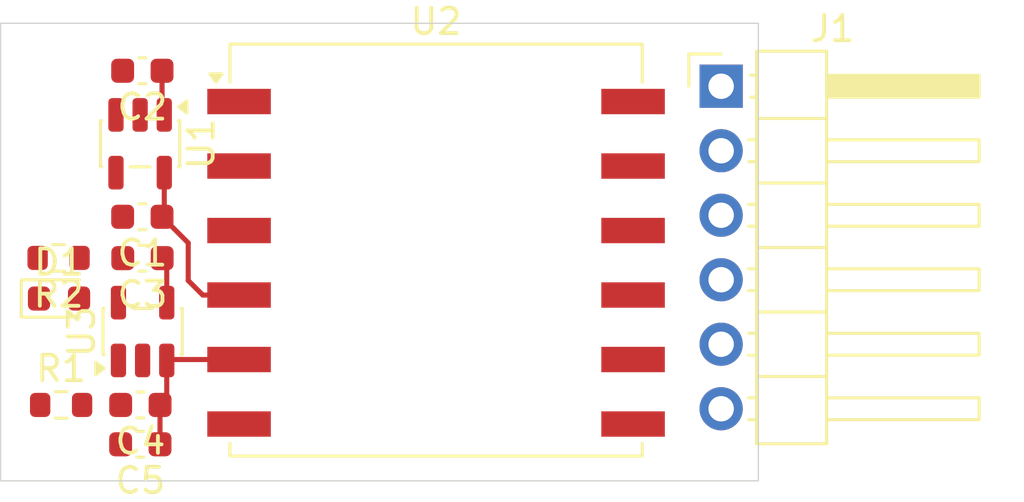
<source format=kicad_pcb>
(kicad_pcb (version 20241229) (generator "pcbnew") (generator_version "9.0")
  (layers (0 "F.Cu" signal) (2 "B.Cu" signal) (13 "F.Paste" user) (15 "B.Paste" user) (5 "F.SilkS" user "F.Silkscreen") (7 "B.SilkS" user "B.Silkscreen") (1 "F.Mask" user) (3 "B.Mask" user) (25 "Edge.Cuts" user))
  (net 0 "")
  (net 1 "GND")
  (net 2 "GPS_PWR")
  (net 3 "+5V")
  (net 4 "gps_tx")
  (net 5 "gps_rx")
  (net 6 "GPS_Switch")
  (net 11 "gps_pps")
  (net 14 "VBAT_RTC")
  (net 16 "Net-(D1-K)")
  (net 17 "Net-(U3-PROG)")
  (net 18 "stat")
  (footprint "Capacitor_SMD:C_0603_1608Metric" (layer "F.Cu") (at 122.6175 112.9 180)
    (property "Reference" "C4" (at 0 -1.43 0) (layer "F.SilkS"))
    (property "Value" "4.7uF")
    (fp_line (start -0.14058 0.51) (end 0.14058 0.51) (stroke (width 0.12)) (layer "F.SilkS"))
    (fp_line (start -0.14058 -0.51) (end 0.14058 -0.51) (stroke (width 0.12)) (layer "F.SilkS"))
    (pad "1" smd roundrect (at -0.775 0 180) (size 0.9 0.95) (layers "F.Cu" "F.Mask" "F.Paste") (net 14 "VBAT_RTC"))
    (pad "2" smd roundrect (at 0.775 0 180) (size 0.9 0.95) (layers "F.Cu" "F.Mask" "F.Paste") (net 1 "GND"))
  )
  (footprint "Resistor_SMD:R_0603_1608Metric" (layer "F.Cu") (at 119.4 107.11 180)
    (property "Reference" "R2" (at 0 -1.43 0) (layer "F.SilkS"))
    (property "Value" "67K")
    (fp_line (start -0.237258 0.5225) (end 0.237258 0.5225) (stroke (width 0.12)) (layer "F.SilkS"))
    (fp_line (start -0.237258 -0.5225) (end 0.237258 -0.5225) (stroke (width 0.12)) (layer "F.SilkS"))
    (pad "1" smd roundrect (at -0.825 0 180) (size 0.8 0.95) (layers "F.Cu" "F.Mask" "F.Paste") (net 17 "Net-(U3-PROG)"))
    (pad "2" smd roundrect (at 0.825 0 180) (size 0.8 0.95) (layers "F.Cu" "F.Mask" "F.Paste") (net 1 "GND"))
  )
  (footprint "RF_GPS:Quectel_L80-R" (layer "F.Cu") (at 134.25 106.801883)
    (property "Reference" "U2" (at 0 -9 180) (layer "F.SilkS"))
    (property "Value" "L80-R")
    (fp_line (start -8.11 -8.11) (end -8.11 -6.61) (stroke (width 0.12)) (layer "F.SilkS"))
    (fp_line (start -8.11 8.11) (end -8.11 7.61) (stroke (width 0.12)) (layer "F.SilkS"))
    (fp_line (start 8.11 -8.11) (end -8.11 -8.11) (stroke (width 0.12)) (layer "F.SilkS"))
    (fp_line (start 8.11 -8.11) (end 8.11 -6.61) (stroke (width 0.12)) (layer "F.SilkS"))
    (fp_line (start 8.11 8.11) (end -8.11 8.11) (stroke (width 0.12)) (layer "F.SilkS"))
    (fp_line (start 8.11 8.11) (end 8.11 7.61) (stroke (width 0.12)) (layer "F.SilkS"))
    (fp_poly (pts (xy -8.66 -6.61) (xy -8.9 -6.94) (xy -8.42 -6.94) (xy -8.66 -6.61)) (stroke (width 0.12)) (fill yes) (layer "F.SilkS"))
    (pad "1" smd rect (at -7.75 -5.85 180) (size 2.5 1) (layers "F.Cu" "F.Mask" "F.Paste") (net 5 "gps_rx"))
    (pad "2" smd rect (at -7.75 -3.31 180) (size 2.5 1) (layers "F.Cu" "F.Mask" "F.Paste") (net 4 "gps_tx"))
    (pad "3" smd rect (at -7.75 -0.77 180) (size 2.5 1) (layers "F.Cu" "F.Mask" "F.Paste") (net 1 "GND"))
    (pad "4" smd rect (at -7.75 1.77 180) (size 2.5 1) (layers "F.Cu" "F.Mask" "F.Paste") (net 2 "GPS_PWR"))
    (pad "5" smd rect (at -7.75 4.31 180) (size 2.5 1) (layers "F.Cu" "F.Mask" "F.Paste") (net 14 "VBAT_RTC"))
    (pad "6" smd rect (at -7.75 6.85 180) (size 2.5 1) (layers "F.Cu" "F.Mask" "F.Paste") (net 11 "gps_pps"))
    (pad "7" smd rect (at 7.75 6.85 180) (size 2.5 1) (layers "F.Cu" "F.Mask" "F.Paste"))
    (pad "8" smd rect (at 7.75 4.31 180) (size 2.5 1) (layers "F.Cu" "F.Mask" "F.Paste"))
    (pad "9" smd rect (at 7.75 1.77 180) (size 2.5 1) (layers "F.Cu" "F.Mask" "F.Paste"))
    (pad "10" smd rect (at 7.75 -0.77 180) (size 2.5 1) (layers "F.Cu" "F.Mask" "F.Paste"))
    (pad "11" smd rect (at 7.75 -3.31 180) (size 2.5 1) (layers "F.Cu" "F.Mask" "F.Paste"))
    (pad "12" smd rect (at 7.75 -5.85 180) (size 2.5 1) (layers "F.Cu" "F.Mask" "F.Paste") (net 1 "GND"))
  )
  (footprint "Capacitor_SMD:C_0603_1608Metric" (layer "F.Cu") (at 122.695 99.74 180)
    (property "Reference" "C2" (at 0 -1.43 0) (layer "F.SilkS"))
    (property "Value" "1uF")
    (fp_line (start -0.14058 0.51) (end 0.14058 0.51) (stroke (width 0.12)) (layer "F.SilkS"))
    (fp_line (start -0.14058 -0.51) (end 0.14058 -0.51) (stroke (width 0.12)) (layer "F.SilkS"))
    (pad "1" smd roundrect (at -0.775 0 180) (size 0.9 0.95) (layers "F.Cu" "F.Mask" "F.Paste") (net 3 "+5V"))
    (pad "2" smd roundrect (at 0.775 0 180) (size 0.9 0.95) (layers "F.Cu" "F.Mask" "F.Paste") (net 1 "GND"))
  )
  (footprint "LED_SMD:LED_0603_1608Metric" (layer "F.Cu") (at 119.4175 108.71)
    (property "Reference" "D1" (at 0 -1.43 0) (layer "F.SilkS"))
    (property "Value" "LED")
    (fp_line (start -1.485 -0.735) (end -1.485 0.735) (stroke (width 0.12)) (layer "F.SilkS"))
    (fp_line (start -1.485 0.735) (end 0.8 0.735) (stroke (width 0.12)) (layer "F.SilkS"))
    (fp_line (start 0.8 -0.735) (end -1.485 -0.735) (stroke (width 0.12)) (layer "F.SilkS"))
    (pad "1" smd roundrect (at -0.7875 0) (size 0.875 0.95) (layers "F.Cu" "F.Mask" "F.Paste") (net 16 "Net-(D1-K)"))
    (pad "2" smd roundrect (at 0.7875 0) (size 0.875 0.95) (layers "F.Cu" "F.Mask" "F.Paste") (net 3 "+5V"))
  )
  (footprint "Capacitor_SMD:C_0603_1608Metric" (layer "F.Cu") (at 122.695 105.49 180)
    (property "Reference" "C1" (at 0 -1.43 0) (layer "F.SilkS"))
    (property "Value" "1uF")
    (fp_line (start -0.14058 0.51) (end 0.14058 0.51) (stroke (width 0.12)) (layer "F.SilkS"))
    (fp_line (start -0.14058 -0.51) (end 0.14058 -0.51) (stroke (width 0.12)) (layer "F.SilkS"))
    (pad "1" smd roundrect (at -0.775 0 180) (size 0.9 0.95) (layers "F.Cu" "F.Mask" "F.Paste") (net 2 "GPS_PWR"))
    (pad "2" smd roundrect (at 0.775 0 180) (size 0.9 0.95) (layers "F.Cu" "F.Mask" "F.Paste") (net 1 "GND"))
  )
  (footprint "Package_TO_SOT_SMD:SOT-23-5" (layer "F.Cu") (at 122.6075 102.615 -90)
    (property "Reference" "U1" (at 0 -2.4 90) (layer "F.SilkS"))
    (property "Value" "AP2112K-3.3")
    (fp_line (start -0.91 1.56) (end -0.91 1.51) (stroke (width 0.12)) (layer "F.SilkS"))
    (fp_line (start 0.91 1.56) (end -0.91 1.56) (stroke (width 0.12)) (layer "F.SilkS"))
    (fp_line (start 0.91 1.51) (end 0.91 1.56) (stroke (width 0.12)) (layer "F.SilkS"))
    (fp_line (start 0.91 -0.39) (end 0.91 0.39) (stroke (width 0.12)) (layer "F.SilkS"))
    (fp_line (start -0.91 -1.51) (end -0.91 -1.56) (stroke (width 0.12)) (layer "F.SilkS"))
    (fp_line (start -0.91 -1.56) (end 0.91 -1.56) (stroke (width 0.12)) (layer "F.SilkS"))
    (fp_line (start 0.91 -1.56) (end 0.91 -1.51) (stroke (width 0.12)) (layer "F.SilkS"))
    (fp_poly (pts (xy -1.45 -1.51) (xy -1.69 -1.84) (xy -1.21 -1.84)) (stroke (width 0.12)) (fill yes) (layer "F.SilkS"))
    (pad "1" smd roundrect (at -1.1375 -0.95 270) (size 1.325 0.6) (layers "F.Cu" "F.Mask" "F.Paste") (net 3 "+5V"))
    (pad "2" smd roundrect (at -1.1375 0 270) (size 1.325 0.6) (layers "F.Cu" "F.Mask" "F.Paste") (net 1 "GND"))
    (pad "3" smd roundrect (at -1.1375 0.95 270) (size 1.325 0.6) (layers "F.Cu" "F.Mask" "F.Paste") (net 6 "GPS_Switch"))
    (pad "4" smd roundrect (at 1.1375 0.95 270) (size 1.325 0.6) (layers "F.Cu" "F.Mask" "F.Paste"))
    (pad "5" smd roundrect (at 1.1375 -0.95 270) (size 1.325 0.6) (layers "F.Cu" "F.Mask" "F.Paste") (net 2 "GPS_PWR"))
  )
  (footprint "Capacitor_SMD:C_0603_1608Metric" (layer "F.Cu") (at 122.7 107.12 180)
    (property "Reference" "C3" (at 0 -1.43 0) (layer "F.SilkS"))
    (property "Value" "4.7uF")
    (fp_line (start -0.14058 0.51) (end 0.14058 0.51) (stroke (width 0.12)) (layer "F.SilkS"))
    (fp_line (start -0.14058 -0.51) (end 0.14058 -0.51) (stroke (width 0.12)) (layer "F.SilkS"))
    (pad "1" smd roundrect (at -0.775 0 180) (size 0.9 0.95) (layers "F.Cu" "F.Mask" "F.Paste") (net 3 "+5V"))
    (pad "2" smd roundrect (at 0.775 0 180) (size 0.9 0.95) (layers "F.Cu" "F.Mask" "F.Paste") (net 1 "GND"))
  )
  (footprint "Capacitor_SMD:C_0603_1608Metric" (layer "F.Cu") (at 122.615 114.45 180)
    (property "Reference" "C5" (at 0 -1.43 0) (layer "F.SilkS"))
    (property "Value" "4.7uF")
    (fp_line (start -0.14058 0.51) (end 0.14058 0.51) (stroke (width 0.12)) (layer "F.SilkS"))
    (fp_line (start -0.14058 -0.51) (end 0.14058 -0.51) (stroke (width 0.12)) (layer "F.SilkS"))
    (pad "1" smd roundrect (at -0.775 0 180) (size 0.9 0.95) (layers "F.Cu" "F.Mask" "F.Paste") (net 14 "VBAT_RTC"))
    (pad "2" smd roundrect (at 0.775 0 180) (size 0.9 0.95) (layers "F.Cu" "F.Mask" "F.Paste") (net 1 "GND"))
  )
  (footprint "Package_TO_SOT_SMD:SOT-23-5" (layer "F.Cu") (at 122.705 110.01 90)
    (property "Reference" "U3" (at 0 -2.4 90) (layer "F.SilkS"))
    (property "Value" "MCP73831-2-OT")
    (fp_line (start 0.91 -1.56) (end 0.91 -1.51) (stroke (width 0.12)) (layer "F.SilkS"))
    (fp_line (start -0.91 -1.56) (end 0.91 -1.56) (stroke (width 0.12)) (layer "F.SilkS"))
    (fp_line (start -0.91 -1.51) (end -0.91 -1.56) (stroke (width 0.12)) (layer "F.SilkS"))
    (fp_line (start 0.91 -0.39) (end 0.91 0.39) (stroke (width 0.12)) (layer "F.SilkS"))
    (fp_line (start 0.91 1.51) (end 0.91 1.56) (stroke (width 0.12)) (layer "F.SilkS"))
    (fp_line (start 0.91 1.56) (end -0.91 1.56) (stroke (width 0.12)) (layer "F.SilkS"))
    (fp_line (start -0.91 1.56) (end -0.91 1.51) (stroke (width 0.12)) (layer "F.SilkS"))
    (fp_poly (pts (xy -1.45 -1.51) (xy -1.69 -1.84) (xy -1.21 -1.84)) (stroke (width 0.12)) (fill yes) (layer "F.SilkS"))
    (pad "1" smd roundrect (at -1.1375 -0.95 90) (size 1.325 0.6) (layers "F.Cu" "F.Mask" "F.Paste") (net 18 "stat"))
    (pad "2" smd roundrect (at -1.1375 0 90) (size 1.325 0.6) (layers "F.Cu" "F.Mask" "F.Paste") (net 1 "GND"))
    (pad "3" smd roundrect (at -1.1375 0.95 90) (size 1.325 0.6) (layers "F.Cu" "F.Mask" "F.Paste") (net 14 "VBAT_RTC"))
    (pad "4" smd roundrect (at 1.1375 0.95 90) (size 1.325 0.6) (layers "F.Cu" "F.Mask" "F.Paste") (net 3 "+5V"))
    (pad "5" smd roundrect (at 1.1375 -0.95 90) (size 1.325 0.6) (layers "F.Cu" "F.Mask" "F.Paste") (net 17 "Net-(U3-PROG)"))
  )
  (footprint "Connector_PinHeader_2.54mm:PinHeader_1x06_P2.54mm_Horizontal" (layer "F.Cu") (at 145.465 100.35)
    (property "Reference" "J1" (at 4.385 -2.27 0) (layer "F.SilkS"))
    (property "Value" "Conn_01x06_Socket")
    (fp_line (start -1.27 -1.27) (end 0 -1.27) (stroke (width 0.12)) (layer "F.SilkS"))
    (fp_line (start -1.27 0) (end -1.27 -1.27) (stroke (width 0.12)) (layer "F.SilkS"))
    (fp_line (start 1.077358 2.11) (end 1.39 2.11) (stroke (width 0.12)) (layer "F.SilkS"))
    (fp_line (start 1.077358 2.97) (end 1.39 2.97) (stroke (width 0.12)) (layer "F.SilkS"))
    (fp_line (start 1.077358 4.65) (end 1.39 4.65) (stroke (width 0.12)) (layer "F.SilkS"))
    (fp_line (start 1.077358 5.51) (end 1.39 5.51) (stroke (width 0.12)) (layer "F.SilkS"))
    (fp_line (start 1.077358 7.19) (end 1.39 7.19) (stroke (width 0.12)) (layer "F.SilkS"))
    (fp_line (start 1.077358 8.05) (end 1.39 8.05) (stroke (width 0.12)) (layer "F.SilkS"))
    (fp_line (start 1.077358 9.73) (end 1.39 9.73) (stroke (width 0.12)) (layer "F.SilkS"))
    (fp_line (start 1.077358 10.59) (end 1.39 10.59) (stroke (width 0.12)) (layer "F.SilkS"))
    (fp_line (start 1.077358 12.27) (end 1.39 12.27) (stroke (width 0.12)) (layer "F.SilkS"))
    (fp_line (start 1.077358 13.13) (end 1.39 13.13) (stroke (width 0.12)) (layer "F.SilkS"))
    (fp_line (start 1.16 -0.43) (end 1.39 -0.43) (stroke (width 0.12)) (layer "F.SilkS"))
    (fp_line (start 1.16 0.43) (end 1.39 0.43) (stroke (width 0.12)) (layer "F.SilkS"))
    (fp_line (start 1.39 -1.38) (end 1.39 14.08) (stroke (width 0.12)) (layer "F.SilkS"))
    (fp_line (start 1.39 1.27) (end 4.15 1.27) (stroke (width 0.12)) (layer "F.SilkS"))
    (fp_line (start 1.39 3.81) (end 4.15 3.81) (stroke (width 0.12)) (layer "F.SilkS"))
    (fp_line (start 1.39 6.35) (end 4.15 6.35) (stroke (width 0.12)) (layer "F.SilkS"))
    (fp_line (start 1.39 8.89) (end 4.15 8.89) (stroke (width 0.12)) (layer "F.SilkS"))
    (fp_line (start 1.39 11.43) (end 4.15 11.43) (stroke (width 0.12)) (layer "F.SilkS"))
    (fp_line (start 1.39 14.08) (end 4.15 14.08) (stroke (width 0.12)) (layer "F.SilkS"))
    (fp_line (start 4.15 -1.38) (end 1.39 -1.38) (stroke (width 0.12)) (layer "F.SilkS"))
    (fp_line (start 4.15 2.11) (end 10.15 2.11) (stroke (width 0.12)) (layer "F.SilkS"))
    (fp_line (start 4.15 4.65) (end 10.15 4.65) (stroke (width 0.12)) (layer "F.SilkS"))
    (fp_line (start 4.15 7.19) (end 10.15 7.19) (stroke (width 0.12)) (layer "F.SilkS"))
    (fp_line (start 4.15 9.73) (end 10.15 9.73) (stroke (width 0.12)) (layer "F.SilkS"))
    (fp_line (start 4.15 12.27) (end 10.15 12.27) (stroke (width 0.12)) (layer "F.SilkS"))
    (fp_line (start 4.15 14.08) (end 4.15 -1.38) (stroke (width 0.12)) (layer "F.SilkS"))
    (fp_line (start 10.15 2.11) (end 10.15 2.97) (stroke (width 0.12)) (layer "F.SilkS"))
    (fp_line (start 10.15 2.97) (end 4.15 2.97) (stroke (width 0.12)) (layer "F.SilkS"))
    (fp_line (start 10.15 4.65) (end 10.15 5.51) (stroke (width 0.12)) (layer "F.SilkS"))
    (fp_line (start 10.15 5.51) (end 4.15 5.51) (stroke (width 0.12)) (layer "F.SilkS"))
    (fp_line (start 10.15 7.19) (end 10.15 8.05) (stroke (width 0.12)) (layer "F.SilkS"))
    (fp_line (start 10.15 8.05) (end 4.15 8.05) (stroke (width 0.12)) (layer "F.SilkS"))
    (fp_line (start 10.15 9.73) (end 10.15 10.59) (stroke (width 0.12)) (layer "F.SilkS"))
    (fp_line (start 10.15 10.59) (end 4.15 10.59) (stroke (width 0.12)) (layer "F.SilkS"))
    (fp_line (start 10.15 12.27) (end 10.15 13.13) (stroke (width 0.12)) (layer "F.SilkS"))
    (fp_line (start 10.15 13.13) (end 4.15 13.13) (stroke (width 0.12)) (layer "F.SilkS"))
    (fp_rect (start 4.15 -0.43) (end 10.15 0.43) (stroke (width 0.12)) (fill yes) (layer "F.SilkS"))
    (pad "1" thru_hole rect (at 0 0) (size 1.7 1.7) (drill 1) (layers "*.Cu" "*.Mask") (net 3 "+5V"))
    (pad "2" thru_hole circle (at 0 2.54) (size 1.7 1.7) (drill 1) (layers "*.Cu" "*.Mask") (net 5 "gps_rx"))
    (pad "3" thru_hole circle (at 0 5.08) (size 1.7 1.7) (drill 1) (layers "*.Cu" "*.Mask") (net 4 "gps_tx"))
    (pad "4" thru_hole circle (at 0 7.62) (size 1.7 1.7) (drill 1) (layers "*.Cu" "*.Mask") (net 6 "GPS_Switch"))
    (pad "5" thru_hole circle (at 0 10.16) (size 1.7 1.7) (drill 1) (layers "*.Cu" "*.Mask"))
    (pad "6" thru_hole circle (at 0 12.7) (size 1.7 1.7) (drill 1) (layers "*.Cu" "*.Mask") (net 1 "GND"))
  )
  (footprint "Resistor_SMD:R_0603_1608Metric" (layer "F.Cu") (at 119.5 112.9)
    (property "Reference" "R1" (at 0 -1.43 0) (layer "F.SilkS"))
    (property "Value" "470")
    (fp_line (start -0.237258 -0.5225) (end 0.237258 -0.5225) (stroke (width 0.12)) (layer "F.SilkS"))
    (fp_line (start -0.237258 0.5225) (end 0.237258 0.5225) (stroke (width 0.12)) (layer "F.SilkS"))
    (pad "1" smd roundrect (at -0.825 0) (size 0.8 0.95) (layers "F.Cu" "F.Mask" "F.Paste") (net 16 "Net-(D1-K)"))
    (pad "2" smd roundrect (at 0.825 0) (size 0.8 0.95) (layers "F.Cu" "F.Mask" "F.Paste") (net 18 "stat"))
  )
  (gr_rect (start 117.12 97.87) (end 146.93 115.89) (stroke (width 0.05)) (fill no) (layer "Edge.Cuts"))
  (segment (start 123.5575 105.4025) (end 123.47 105.49) (width 0.2) (layer "F.Cu") (net 2))
  (segment (start 126.5 108.571883) (end 125.071883 108.571883) (width 0.2) (layer "F.Cu") (net 2))
  (segment (start 125.071883 108.571883) (end 124.5 108) (width 0.2) (layer "F.Cu") (net 2))
  (segment (start 123.5575 103.7525) (end 123.5575 105.4025) (width 0.2) (layer "F.Cu") (net 2))
  (segment (start 124.5 106.52) (end 124.5 108) (width 0.2) (layer "F.Cu") (net 2))
  (segment (start 123.47 105.49) (end 124.5 106.52) (width 0.2) (layer "F.Cu") (net 2))
  (segment (start 123.655 107.3) (end 123.475 107.12) (width 0.2) (layer "F.Cu") (net 3))
  (segment (start 123.47 101.39) (end 123.5575 101.4775) (width 0.2) (layer "F.Cu") (net 3))
  (segment (start 123.655 108.8725) (end 123.655 107.3) (width 0.2) (layer "F.Cu") (net 3))
  (segment (start 123.47 99.74) (end 123.47 101.39) (width 0.2) (layer "F.Cu") (net 3))
  (segment (start 123.655 111.1475) (end 123.655 112.6375) (width 0.2) (layer "F.Cu") (net 14))
  (segment (start 123.39 112.9025) (end 123.3925 112.9) (width 0.2) (layer "F.Cu") (net 14))
  (segment (start 123.39 114.45) (end 123.39 112.9025) (width 0.2) (layer "F.Cu") (net 14))
  (segment (start 123.655 112.6375) (end 123.3925 112.9) (width 0.2) (layer "F.Cu") (net 14))
  (segment (start 123.690617 111.111883) (end 123.655 111.1475) (width 0.2) (layer "F.Cu") (net 14))
  (segment (start 126.5 111.111883) (end 123.690617 111.111883) (width 0.2) (layer "F.Cu") (net 14))
)
</source>
